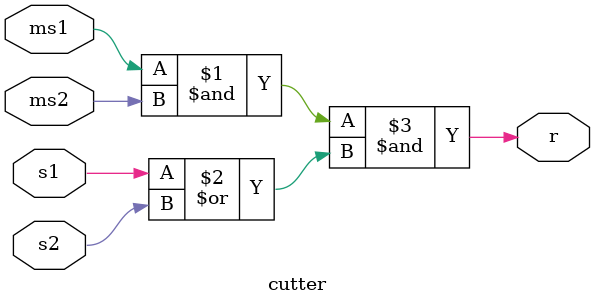
<source format=sv>
module cutter (input logic s1,s2,ms1,ms2,output logic r);
assign r = ((ms1&ms2)&(s1|s2));
endmodule 
</source>
